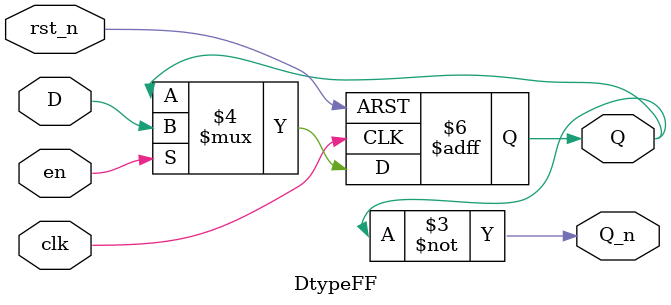
<source format=v>
/* DTypeFF.v
* -------------------
* By: Ahmed Adamjee
* Date: 23rd March 2019
*
* Module Description:
* -------------------
* D Type Flip-Flop.
*
* Inputs:
* D
* en
* rst_n
* clk
* Output:
* Q
* Q_n
*
*/

module DtypeFF(

  input clk,
  input en,
  input D,
  input rst_n,
  output reg Q,
  output Q_n
);

  
  always @(posedge clk or negedge rst_n) begin
  
	if(!rst_n) begin
		Q = 1'b0;
		end else if(en) begin
			Q<=D;
		end
			
	end
	
	assign Q_n = ~Q;
	
endmodule 
</source>
